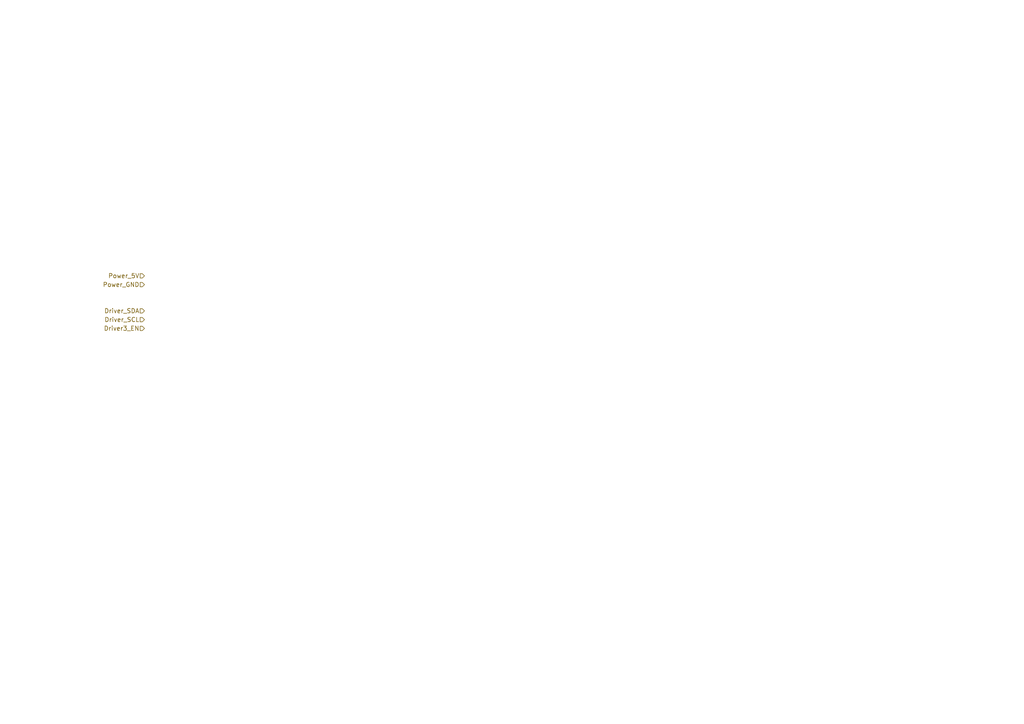
<source format=kicad_sch>
(kicad_sch
	(version 20231120)
	(generator "eeschema")
	(generator_version "8.0")
	(uuid "3c4c687a-cf74-418f-97ac-dcd4fb2ff874")
	(paper "A4")
	(title_block
		(title "5x5 Clock Panel")
		(date "2024-11-01")
		(rev "1")
	)
	(lib_symbols)
	(hierarchical_label "Driver_SDA"
		(shape input)
		(at 41.91 90.17 180)
		(fields_autoplaced yes)
		(effects
			(font
				(size 1.27 1.27)
			)
			(justify right)
		)
		(uuid "1fbff420-1683-4102-9d5e-2a9342465e5a")
	)
	(hierarchical_label "Power_GND"
		(shape input)
		(at 41.91 82.55 180)
		(fields_autoplaced yes)
		(effects
			(font
				(size 1.27 1.27)
			)
			(justify right)
		)
		(uuid "468c2ee8-58d7-48ec-9384-c8ce753214bb")
	)
	(hierarchical_label "Driver_SCL"
		(shape input)
		(at 41.91 92.71 180)
		(fields_autoplaced yes)
		(effects
			(font
				(size 1.27 1.27)
			)
			(justify right)
		)
		(uuid "641c0d57-0f77-44f0-b593-f3dd0c46b5f0")
	)
	(hierarchical_label "Driver3_EN"
		(shape input)
		(at 41.91 95.25 180)
		(fields_autoplaced yes)
		(effects
			(font
				(size 1.27 1.27)
			)
			(justify right)
		)
		(uuid "8c24c078-1df2-4712-9ecc-dbb20602f827")
	)
	(hierarchical_label "Power_5V"
		(shape input)
		(at 41.91 80.01 180)
		(fields_autoplaced yes)
		(effects
			(font
				(size 1.27 1.27)
			)
			(justify right)
		)
		(uuid "c6b8243e-73c1-4e9c-b835-b3a19827aeef")
	)
)

</source>
